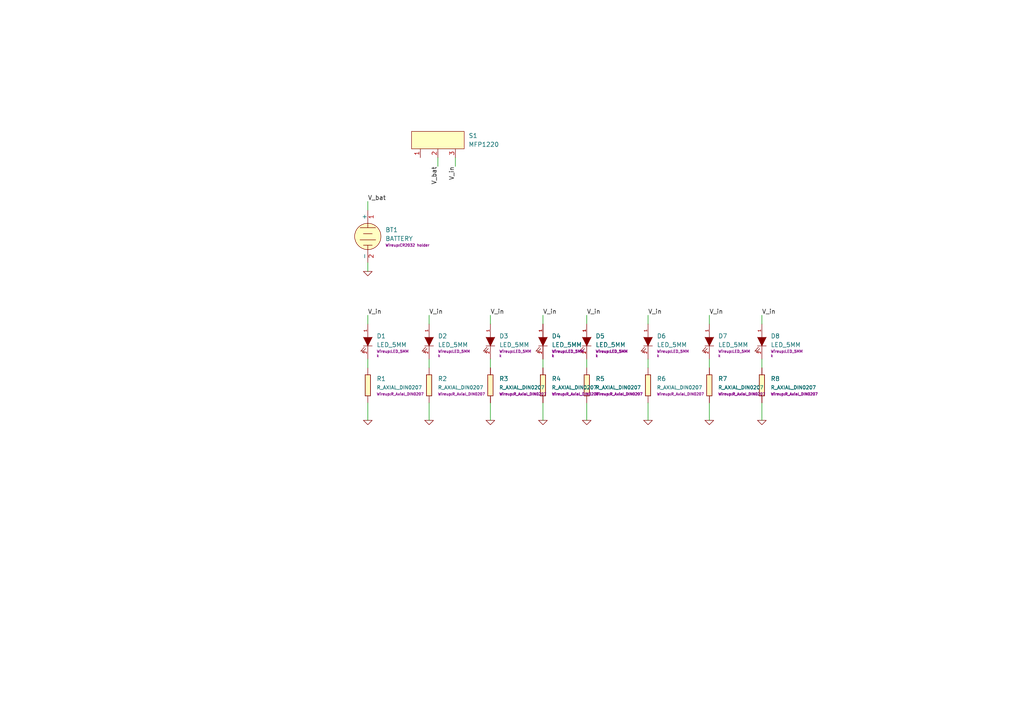
<source format=kicad_sch>
(kicad_sch (version 20250114) (generator "eeschema") (generator_version "9.0")
  (paper "A4")
  (lib_symbols
    (symbol "Wireup_library:BATTERY" (pin_names (offset 0))
      (property "Reference" "BT" (at 0 5.08 0))
      (property "Value" "BATTERY" (at 0 -4.826 0))
      (property "Footprint" "CR2032_TH" (at 0 -6.35 0))
      (symbol "BATTERY_0_1"
        (polyline (pts (xy -2.54 2.286) (xy -2.54 -2.2606)) (stroke (width 0.1524)))
        (polyline (pts (xy -2.54 0) (xy -3.81 0)))
        (polyline (pts (xy -0.7874 1.27) (xy -0.7874 -1.27)) (stroke (width 0.1524)))
        (circle (center 0 0) (radius 3.81) (fill (type background)))
        (polyline (pts (xy 0.9906 2.286) (xy 0.9906 -2.2606)) (stroke (width 0.1524)))
        (polyline (pts (xy 2.54 1.27) (xy 2.54 -1.27)) (stroke (width 0.1524)))
        (polyline (pts (xy 2.54 0) (xy 3.81 0)))
      )
      (symbol "BATTERY_1_1"
        (pin passive line (at -7.62 0 0) (length 3.81) (name "+") (number "1"))
        (pin passive line (at 7.62 0 180) (length 3.81) (name "-") (number "2"))
      )
    )
    (symbol "Wireup_library:LED_5MM" (pin_names (offset 1.016) (hide yes))
      (property "Reference" "D" (at 0 2.54 0))
      (property "Value" "LED_5MM" (at 0 -2.54 0))
      (property "Footprint" "LED_5MM" (at 0 -3.81 0))
      (property "Field4" "k" (at 3.81 2.54 0))
      (symbol "LED_5MM_0_1"
        (polyline (pts (xy -1.27 1.27) (xy 1.27 0) (xy -1.27 -1.27)) (fill (type outline)))
        (polyline (pts (xy 1.27 1.27) (xy 1.27 -1.27)))
        (polyline (pts (xy 1.651 -1.016) (xy 2.794 -2.032) (xy 2.667 -1.397)))
        (polyline (pts (xy 2.032 -0.635) (xy 3.175 -1.651) (xy 3.048 -1.016)))
      )
      (symbol "LED_5MM_1_1"
        (pin passive line (at -5.08 0 0) (length 3.81) (name "A") (number "1"))
        (pin passive line (at 5.08 0 180) (length 3.81) (name "K") (number "2"))
      )
    )
    (symbol "Wireup_library:Switch_3_pin" (pin_names (offset 0) (hide yes))
      (property "Reference" "S" (at 0 7.62 0))
      (property "Value" "MFP1220" (at 0 2.54 0))
      (symbol "Switch_3_pin_1_1"
        (rectangle (start -7.62 5.08) (end 7.62 0) (fill (type background)))
        (pin input line (at -5.08 -2.54 90) (length 2.54) (name "") (number "1"))
        (pin input line (at 0 -2.54 90) (length 2.54) (name "") (number "2"))
        (pin input line (at 5.08 -2.54 90) (length 2.54) (name "") (number "3"))
      )
    )
    (symbol "Wireup_resistors:R_AXIAL_DIN0207" (pin_numbers (hide yes)) (pin_names (offset 0))
      (property "Reference" "R" (at -1.905 0 90))
      (property "Value" "R_AXIAL_DIN0207" (at 1.905 0 90))
      (property "Footprint" "Wireup:R_Axial_DIN0207" (at 3.175 0 90))
      (symbol "R_AXIAL_DIN0207_0_1"
        (rectangle (start -0.762 3.048) (end 0.762 -3.048) (stroke (width 0.2032)) (fill (type background)))
      )
      (symbol "R_AXIAL_DIN0207_1_1"
        (pin passive line (at 0 5.08 270) (length 2.032) (name "~") (number "1"))
        (pin passive line (at 0 -5.08 90) (length 2.032) (name "~") (number "2"))
      )
    )
    (symbol "powerNew:GND" (power) (pin_names (offset 0))
      (symbol "GND_0_1"
        (polyline (pts (xy -1.27 0) (xy 0 -1.27) (xy 1.27 0) (xy -1.27 0)))
      )
      (symbol "GND_1_1"
        (pin power_in line (at 0 0 90) (length 0) (hide yes) (name "GND") (number "1"))
      )
    )
  )
  (wire (pts (xy 205.74 104.14) (xy 205.74 106.68)))
  (wire (pts (xy 187.96 91.44) (xy 187.96 93.98)))
  (wire (pts (xy 124.46 116.84) (xy 124.46 121.92)))
  (wire (pts (xy 127 48.26) (xy 127 45.72)))
  (wire (pts (xy 220.98 91.44) (xy 220.98 93.98)))
  (wire (pts (xy 106.68 78.74) (xy 106.68 76.2)))
  (wire (pts (xy 187.96 116.84) (xy 187.96 121.92)))
  (wire (pts (xy 220.98 104.14) (xy 220.98 106.68)))
  (wire (pts (xy 157.48 91.44) (xy 157.48 93.98)))
  (wire (pts (xy 205.74 91.44) (xy 205.74 93.98)))
  (wire (pts (xy 170.18 116.84) (xy 170.18 121.92)))
  (wire (pts (xy 106.68 91.44) (xy 106.68 93.98)))
  (wire (pts (xy 124.46 91.44) (xy 124.46 93.98)))
  (wire (pts (xy 132.08 48.26) (xy 132.08 45.72)))
  (wire (pts (xy 124.46 104.14) (xy 124.46 106.68)))
  (wire (pts (xy 106.68 104.14) (xy 106.68 106.68)))
  (wire (pts (xy 142.24 104.14) (xy 142.24 106.68)))
  (wire (pts (xy 187.96 104.14) (xy 187.96 106.68)))
  (wire (pts (xy 142.24 116.84) (xy 142.24 121.92)))
  (wire (pts (xy 205.74 116.84) (xy 205.74 121.92)))
  (wire (pts (xy 106.68 116.84) (xy 106.68 121.92)))
  (wire (pts (xy 170.18 104.14) (xy 170.18 106.68)))
  (wire (pts (xy 157.48 116.84) (xy 157.48 121.92)))
  (wire (pts (xy 106.68 58.42) (xy 106.68 60.96)))
  (wire (pts (xy 170.18 91.44) (xy 170.18 93.98)))
  (wire (pts (xy 220.98 116.84) (xy 220.98 121.92)))
  (wire (pts (xy 142.24 91.44) (xy 142.24 93.98)))
  (wire (pts (xy 157.48 104.14) (xy 157.48 106.68)))
  (label "V_in" (at 187.96 91.44 0))
  (label "V_bat" (at 106.68 58.42 0))
  (label "V_in" (at 220.98 91.44 0))
  (label "V_in" (at 124.46 91.44 0))
  (label "V_in" (at 157.48 91.44 0))
  (label "V_in" (at 170.18 91.44 0))
  (label "V_bat" (at 127 48.26 270))
  (label "V_in" (at 142.24 91.44 0))
  (label "V_in" (at 106.68 91.44 0))
  (label "V_in" (at 205.74 91.44 0))
  (label "V_in" (at 132.08 48.26 270))
  (symbol (lib_id "Wireup_resistors:R_AXIAL_DIN0207") (at 142.24 111.76 0) (unit 1)
    (property "Reference" "R3" (at 144.78 109.855 0) (effects (justify left)))
    (property "Value" "R_AXIAL_DIN0207" (at 144.78 112.395 0) (effects (font (size 1.016 1.016)) (justify left)))
    (property "Footprint" "Wireup:R_Axial_DIN0207" (at 144.78 114.2999 0) (effects (font (size 0.762 0.762)) (justify left)))
  )
  (symbol (lib_id "Wireup_resistors:R_AXIAL_DIN0207") (at 187.96 111.76 0) (unit 1)
    (property "Reference" "R6" (at 190.5 109.855 0) (effects (justify left)))
    (property "Value" "R_AXIAL_DIN0207" (at 190.5 112.395 0) (effects (font (size 1.016 1.016)) (justify left)))
    (property "Footprint" "Wireup:R_Axial_DIN0207" (at 190.5 114.2999 0) (effects (font (size 0.762 0.762)) (justify left)))
  )
  (symbol (lib_id "Wireup_resistors:R_AXIAL_DIN0207") (at 170.18 111.76 0) (unit 1)
    (property "Reference" "R5" (at 172.72 109.855 0) (effects (justify left)))
    (property "Value" "R_AXIAL_DIN0207" (at 172.72 112.395 0) (effects (font (size 1.016 1.016)) (justify left)))
    (property "Footprint" "Wireup:R_Axial_DIN0207" (at 172.72 114.2999 0) (effects (font (size 0.762 0.762)) (justify left)))
  )
  (symbol (lib_id "Wireup_resistors:R_AXIAL_DIN0207") (at 106.68 111.76 0) (unit 1)
    (property "Reference" "R1" (at 109.22 109.855 0) (effects (justify left)))
    (property "Value" "R_AXIAL_DIN0207" (at 109.22 112.395 0) (effects (font (size 1.016 1.016)) (justify left)))
    (property "Footprint" "Wireup:R_Axial_DIN0207" (at 109.22 114.2999 0) (effects (font (size 0.762 0.762)) (justify left)))
  )
  (symbol (lib_id "Wireup_library:LED_5MM") (at 220.98 99.06 270) (unit 1)
    (property "Reference" "D8" (at 223.52 97.4725 90) (effects (justify left)))
    (property "Value" "LED_5MM" (at 223.52 100.0125 90) (effects (justify left)))
    (property "Footprint" "Wireup:LED_5MM" (at 223.52 101.9174 90) (effects (font (size 0.762 0.762)) (justify left)))
    (property "Field4" "k" (at 223.52 103.1874 90) (effects (font (size 0.762 0.762)) (justify left)))
  )
  (symbol (lib_id "Wireup_library:LED_5MM") (at 170.18 99.06 270) (unit 1)
    (property "Reference" "D5" (at 172.72 97.4725 90) (effects (justify left)))
    (property "Value" "LED_5MM" (at 172.72 100.0125 90) (effects (justify left)))
    (property "Footprint" "Wireup:LED_5MM" (at 172.72 101.9174 90) (effects (font (size 0.762 0.762)) (justify left)))
    (property "Field4" "k" (at 172.72 103.1874 90) (effects (font (size 0.762 0.762)) (justify left)))
  )
  (symbol (lib_id "Wireup_library:BATTERY") (at 106.68 68.58 270) (unit 1)
    (property "Reference" "BT1" (at 111.76 66.675 90) (effects (justify left)))
    (property "Value" "BATTERY" (at 111.76 69.215 90) (effects (justify left)))
    (property "Footprint" "Wireup:CR2032 holder" (at 111.76 71.1199 90) (effects (font (size 0.762 0.762)) (justify left)))
  )
  (symbol (lib_id "Wireup_resistors:R_AXIAL_DIN0207") (at 205.74 111.76 0) (unit 1)
    (property "Reference" "R7" (at 208.28 109.855 0) (effects (justify left)))
    (property "Value" "R_AXIAL_DIN0207" (at 208.28 112.395 0) (effects (font (size 1.016 1.016)) (justify left)))
    (property "Footprint" "Wireup:R_Axial_DIN0207" (at 208.28 114.2999 0) (effects (font (size 0.762 0.762)) (justify left)))
  )
  (symbol (lib_id "powerNew:GND") (at 124.46 121.92 0) (unit 1)
    (property "Reference" "#PWR02" (effects (hide yes)))
    (property "Value" "GND" (effects (hide yes)))
  )
  (symbol (lib_id "Wireup_library:LED_5MM") (at 142.24 99.06 270) (unit 1)
    (property "Reference" "D3" (at 144.78 97.4725 90) (effects (justify left)))
    (property "Value" "LED_5MM" (at 144.78 100.0125 90) (effects (justify left)))
    (property "Footprint" "Wireup:LED_5MM" (at 144.78 101.9174 90) (effects (font (size 0.762 0.762)) (justify left)))
    (property "Field4" "k" (at 144.78 103.1874 90) (effects (font (size 0.762 0.762)) (justify left)))
  )
  (symbol (lib_id "Wireup_resistors:R_AXIAL_DIN0207") (at 157.48 111.76 0) (unit 1)
    (property "Reference" "R4" (at 160.02 109.855 0) (effects (justify left)))
    (property "Value" "R_AXIAL_DIN0207" (at 160.02 112.395 0) (effects (font (size 1.016 1.016)) (justify left)))
    (property "Footprint" "Wireup:R_Axial_DIN0207" (at 160.02 114.2999 0) (effects (font (size 0.762 0.762)) (justify left)))
  )
  (symbol (lib_id "Wireup_library:LED_5MM") (at 187.96 99.06 270) (unit 1)
    (property "Reference" "D6" (at 190.5 97.4725 90) (effects (justify left)))
    (property "Value" "LED_5MM" (at 190.5 100.0125 90) (effects (justify left)))
    (property "Footprint" "Wireup:LED_5MM" (at 190.5 101.9174 90) (effects (font (size 0.762 0.762)) (justify left)))
    (property "Field4" "k" (at 190.5 103.1874 90) (effects (font (size 0.762 0.762)) (justify left)))
  )
  (symbol (lib_id "Wireup_library:LED_5MM") (at 157.48 99.06 270) (unit 1)
    (property "Reference" "D4" (at 160.02 97.4725 90) (effects (justify left)))
    (property "Value" "LED_5MM" (at 160.02 100.0125 90) (effects (justify left)))
    (property "Footprint" "Wireup:LED_5MM" (at 160.02 101.9174 90) (effects (font (size 0.762 0.762)) (justify left)))
    (property "Field4" "k" (at 160.02 103.1874 90) (effects (font (size 0.762 0.762)) (justify left)))
  )
  (symbol (lib_id "powerNew:GND") (at 205.74 121.92 0) (unit 1)
    (property "Reference" "#PWR07" (effects (hide yes)))
    (property "Value" "GND" (effects (hide yes)))
  )
  (symbol (lib_id "Wireup_resistors:R_AXIAL_DIN0207") (at 220.98 111.76 0) (unit 1)
    (property "Reference" "R8" (at 223.52 109.855 0) (effects (justify left)))
    (property "Value" "R_AXIAL_DIN0207" (at 223.52 112.395 0) (effects (font (size 1.016 1.016)) (justify left)))
    (property "Footprint" "Wireup:R_Axial_DIN0207" (at 223.52 114.2999 0) (effects (font (size 0.762 0.762)) (justify left)))
  )
  (symbol (lib_id "powerNew:GND") (at 106.68 78.74 0) (unit 1)
    (property "Reference" "#PWR09" (effects (hide yes)))
    (property "Value" "GND" (effects (hide yes)))
  )
  (symbol (lib_id "powerNew:GND") (at 187.96 121.92 0) (unit 1)
    (property "Reference" "#PWR06" (effects (hide yes)))
    (property "Value" "GND" (effects (hide yes)))
  )
  (symbol (lib_id "powerNew:GND") (at 142.24 121.92 0) (unit 1)
    (property "Reference" "#PWR03" (effects (hide yes)))
    (property "Value" "GND" (effects (hide yes)))
  )
  (symbol (lib_id "powerNew:GND") (at 170.18 121.92 0) (unit 1)
    (property "Reference" "#PWR05" (effects (hide yes)))
    (property "Value" "GND" (effects (hide yes)))
  )
  (symbol (lib_id "Wireup_library:LED_5MM") (at 106.68 99.06 270) (unit 1)
    (property "Reference" "D1" (at 109.22 97.4725 90) (effects (justify left)))
    (property "Value" "LED_5MM" (at 109.22 100.0125 90) (effects (justify left)))
    (property "Footprint" "Wireup:LED_5MM" (at 109.22 101.9174 90) (effects (font (size 0.762 0.762)) (justify left)))
    (property "Field4" "k" (at 109.22 103.1874 90) (effects (font (size 0.762 0.762)) (justify left)))
  )
  (symbol (lib_id "Wireup_library:Switch_3_pin") (at 127 43.18 0) (unit 1)
    (property "Reference" "S1" (at 135.89 39.37 0) (effects (justify left)))
    (property "Value" "MFP1220" (at 135.89 41.91 0) (effects (justify left)))
    (property "Footprint" "Wireup:MFP1220" (effects (hide yes)))
  )
  (symbol (lib_id "powerNew:GND") (at 220.98 121.92 0) (unit 1)
    (property "Reference" "#PWR08" (effects (hide yes)))
    (property "Value" "GND" (effects (hide yes)))
  )
  (symbol (lib_id "powerNew:GND") (at 106.68 121.92 0) (unit 1)
    (property "Reference" "#PWR01" (effects (hide yes)))
    (property "Value" "GND" (effects (hide yes)))
  )
  (symbol (lib_id "Wireup_resistors:R_AXIAL_DIN0207") (at 124.46 111.76 0) (unit 1)
    (property "Reference" "R2" (at 127 109.855 0) (effects (justify left)))
    (property "Value" "R_AXIAL_DIN0207" (at 127 112.395 0) (effects (font (size 1.016 1.016)) (justify left)))
    (property "Footprint" "Wireup:R_Axial_DIN0207" (at 127 114.2999 0) (effects (font (size 0.762 0.762)) (justify left)))
  )
  (symbol (lib_id "Wireup_library:LED_5MM") (at 124.46 99.06 270) (unit 1)
    (property "Reference" "D2" (at 127 97.4725 90) (effects (justify left)))
    (property "Value" "LED_5MM" (at 127 100.0125 90) (effects (justify left)))
    (property "Footprint" "Wireup:LED_5MM" (at 127 101.9174 90) (effects (font (size 0.762 0.762)) (justify left)))
    (property "Field4" "k" (at 127 103.1874 90) (effects (font (size 0.762 0.762)) (justify left)))
  )
  (symbol (lib_id "powerNew:GND") (at 157.48 121.92 0) (unit 1)
    (property "Reference" "#PWR04" (effects (hide yes)))
    (property "Value" "GND" (effects (hide yes)))
  )
  (symbol (lib_id "Wireup_library:LED_5MM") (at 205.74 99.06 270) (unit 1)
    (property "Reference" "D7" (at 208.28 97.4725 90) (effects (justify left)))
    (property "Value" "LED_5MM" (at 208.28 100.0125 90) (effects (justify left)))
    (property "Footprint" "Wireup:LED_5MM" (at 208.28 101.9174 90) (effects (font (size 0.762 0.762)) (justify left)))
    (property "Field4" "k" (at 208.28 103.1874 90) (effects (font (size 0.762 0.762)) (justify left)))
  )
)
</source>
